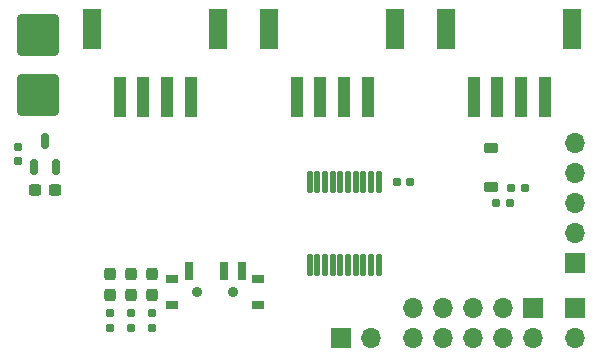
<source format=gbr>
%TF.GenerationSoftware,KiCad,Pcbnew,7.0.7*%
%TF.CreationDate,2024-05-24T10:30:38-07:00*%
%TF.ProjectId,Pinky,50696e6b-792e-46b6-9963-61645f706362,rev?*%
%TF.SameCoordinates,Original*%
%TF.FileFunction,Soldermask,Top*%
%TF.FilePolarity,Negative*%
%FSLAX46Y46*%
G04 Gerber Fmt 4.6, Leading zero omitted, Abs format (unit mm)*
G04 Created by KiCad (PCBNEW 7.0.7) date 2024-05-24 10:30:38*
%MOMM*%
%LPD*%
G01*
G04 APERTURE LIST*
G04 Aperture macros list*
%AMRoundRect*
0 Rectangle with rounded corners*
0 $1 Rounding radius*
0 $2 $3 $4 $5 $6 $7 $8 $9 X,Y pos of 4 corners*
0 Add a 4 corners polygon primitive as box body*
4,1,4,$2,$3,$4,$5,$6,$7,$8,$9,$2,$3,0*
0 Add four circle primitives for the rounded corners*
1,1,$1+$1,$2,$3*
1,1,$1+$1,$4,$5*
1,1,$1+$1,$6,$7*
1,1,$1+$1,$8,$9*
0 Add four rect primitives between the rounded corners*
20,1,$1+$1,$2,$3,$4,$5,0*
20,1,$1+$1,$4,$5,$6,$7,0*
20,1,$1+$1,$6,$7,$8,$9,0*
20,1,$1+$1,$8,$9,$2,$3,0*%
G04 Aperture macros list end*
%ADD10R,0.990600X3.505200*%
%ADD11R,1.600200X3.505200*%
%ADD12R,1.000000X0.800000*%
%ADD13C,0.900000*%
%ADD14R,0.700000X1.500000*%
%ADD15RoundRect,0.125000X-0.125000X0.825000X-0.125000X-0.825000X0.125000X-0.825000X0.125000X0.825000X0*%
%ADD16RoundRect,0.155000X-0.212500X-0.155000X0.212500X-0.155000X0.212500X0.155000X-0.212500X0.155000X0*%
%ADD17RoundRect,0.155000X-0.155000X0.212500X-0.155000X-0.212500X0.155000X-0.212500X0.155000X0.212500X0*%
%ADD18RoundRect,0.250002X-1.499998X-1.499998X1.499998X-1.499998X1.499998X1.499998X-1.499998X1.499998X0*%
%ADD19R,1.700000X1.700000*%
%ADD20O,1.700000X1.700000*%
%ADD21RoundRect,0.237500X0.300000X0.237500X-0.300000X0.237500X-0.300000X-0.237500X0.300000X-0.237500X0*%
%ADD22RoundRect,0.150000X0.150000X-0.512500X0.150000X0.512500X-0.150000X0.512500X-0.150000X-0.512500X0*%
%ADD23RoundRect,0.160000X0.160000X-0.197500X0.160000X0.197500X-0.160000X0.197500X-0.160000X-0.197500X0*%
%ADD24RoundRect,0.237500X0.237500X-0.287500X0.237500X0.287500X-0.237500X0.287500X-0.237500X-0.287500X0*%
%ADD25RoundRect,0.160000X-0.197500X-0.160000X0.197500X-0.160000X0.197500X0.160000X-0.197500X0.160000X0*%
%ADD26RoundRect,0.225000X-0.375000X0.225000X-0.375000X-0.225000X0.375000X-0.225000X0.375000X0.225000X0*%
G04 APERTURE END LIST*
D10*
%TO.C,J6*%
X140413999Y-74064701D03*
X138414001Y-74064701D03*
X136414000Y-74064701D03*
X134414001Y-74064701D03*
D11*
X132064001Y-68314699D03*
X142764000Y-68314699D03*
%TD*%
D12*
%TO.C,SW1*%
X138844000Y-89423000D03*
X138844000Y-91633000D03*
D13*
X140994000Y-90533000D03*
X143994000Y-90533000D03*
D12*
X146144000Y-89423000D03*
X146144000Y-91633000D03*
D14*
X140244000Y-88773000D03*
X143244000Y-88773000D03*
X144744000Y-88773000D03*
%TD*%
D15*
%TO.C,IC1*%
X156341000Y-81280000D03*
X155691000Y-81280000D03*
X155041000Y-81280000D03*
X154391000Y-81280000D03*
X153741000Y-81280000D03*
X153091000Y-81280000D03*
X152441000Y-81280000D03*
X151791000Y-81280000D03*
X151141000Y-81280000D03*
X150491000Y-81280000D03*
X150491000Y-88280000D03*
X151141000Y-88280000D03*
X151791000Y-88280000D03*
X152441000Y-88280000D03*
X153091000Y-88280000D03*
X153741000Y-88280000D03*
X154391000Y-88280000D03*
X155041000Y-88280000D03*
X155691000Y-88280000D03*
X156341000Y-88280000D03*
%TD*%
D16*
%TO.C,C2*%
X167580500Y-81788000D03*
X168715500Y-81788000D03*
%TD*%
D17*
%TO.C,C_in1*%
X125796000Y-78305000D03*
X125796000Y-79440000D03*
%TD*%
D10*
%TO.C,J4*%
X170386000Y-74064701D03*
X168386002Y-74064701D03*
X166386001Y-74064701D03*
X164386002Y-74064701D03*
D11*
X162036002Y-68314699D03*
X172736001Y-68314699D03*
%TD*%
D18*
%TO.C,J2*%
X127508000Y-68834000D03*
%TD*%
D19*
%TO.C,J3*%
X172974000Y-88138000D03*
D20*
X172974000Y-85598000D03*
X172974000Y-83058000D03*
X172974000Y-80518000D03*
X172974000Y-77978000D03*
%TD*%
D21*
%TO.C,C_out2*%
X128944500Y-81920500D03*
X127219500Y-81920500D03*
%TD*%
D22*
%TO.C,IC2*%
X127132000Y-80010000D03*
X129032000Y-80010000D03*
X128082000Y-77735000D03*
%TD*%
D23*
%TO.C,R6*%
X133604000Y-93561500D03*
X133604000Y-92366500D03*
%TD*%
%TO.C,R7*%
X135382000Y-93561500D03*
X135382000Y-92366500D03*
%TD*%
D24*
%TO.C,D3*%
X133604000Y-90791000D03*
X133604000Y-89041000D03*
%TD*%
D19*
%TO.C,J11*%
X153162000Y-94488000D03*
D20*
X155702000Y-94488000D03*
%TD*%
D10*
%TO.C,J5*%
X155400000Y-74064701D03*
X153400002Y-74064701D03*
X151400001Y-74064701D03*
X149400002Y-74064701D03*
D11*
X147050002Y-68314699D03*
X157750001Y-68314699D03*
%TD*%
D24*
%TO.C,D4*%
X135382000Y-90791000D03*
X135382000Y-89041000D03*
%TD*%
D18*
%TO.C,J1*%
X127508000Y-73914000D03*
%TD*%
D24*
%TO.C,D2*%
X137160000Y-90791000D03*
X137160000Y-89041000D03*
%TD*%
D16*
%TO.C,C1*%
X157869000Y-81280000D03*
X159004000Y-81280000D03*
%TD*%
D25*
%TO.C,R1*%
X166280500Y-83058000D03*
X167475500Y-83058000D03*
%TD*%
D19*
%TO.C,J10*%
X172974000Y-91948000D03*
D20*
X172974000Y-94488000D03*
%TD*%
D26*
%TO.C,D1*%
X165862000Y-78360000D03*
X165862000Y-81660000D03*
%TD*%
D23*
%TO.C,R2*%
X137160000Y-93561500D03*
X137160000Y-92366500D03*
%TD*%
D19*
%TO.C,J7*%
X169388000Y-91928000D03*
D20*
X169388000Y-94468000D03*
X166848000Y-91928000D03*
X166848000Y-94468000D03*
X164308000Y-91928000D03*
X164308000Y-94468000D03*
X161768000Y-91928000D03*
X161768000Y-94468000D03*
X159228000Y-91928000D03*
X159228000Y-94468000D03*
%TD*%
M02*

</source>
